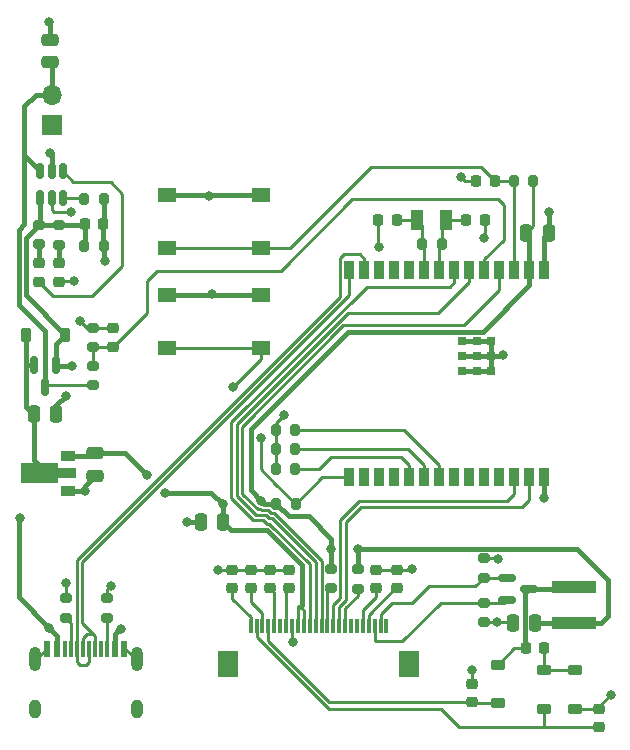
<source format=gbr>
%TF.GenerationSoftware,KiCad,Pcbnew,7.0.10+dfsg-1*%
%TF.CreationDate,2024-02-28T21:18:20+08:00*%
%TF.ProjectId,eink_digit_clk,65696e6b-5f64-4696-9769-745f636c6b2e,rev?*%
%TF.SameCoordinates,Original*%
%TF.FileFunction,Copper,L1,Top*%
%TF.FilePolarity,Positive*%
%FSLAX46Y46*%
G04 Gerber Fmt 4.6, Leading zero omitted, Abs format (unit mm)*
G04 Created by KiCad (PCBNEW 7.0.10+dfsg-1) date 2024-02-28 21:18:20*
%MOMM*%
%LPD*%
G01*
G04 APERTURE LIST*
G04 Aperture macros list*
%AMRoundRect*
0 Rectangle with rounded corners*
0 $1 Rounding radius*
0 $2 $3 $4 $5 $6 $7 $8 $9 X,Y pos of 4 corners*
0 Add a 4 corners polygon primitive as box body*
4,1,4,$2,$3,$4,$5,$6,$7,$8,$9,$2,$3,0*
0 Add four circle primitives for the rounded corners*
1,1,$1+$1,$2,$3*
1,1,$1+$1,$4,$5*
1,1,$1+$1,$6,$7*
1,1,$1+$1,$8,$9*
0 Add four rect primitives between the rounded corners*
20,1,$1+$1,$2,$3,$4,$5,0*
20,1,$1+$1,$4,$5,$6,$7,0*
20,1,$1+$1,$6,$7,$8,$9,0*
20,1,$1+$1,$8,$9,$2,$3,0*%
%AMFreePoly0*
4,1,9,3.862500,-0.866500,0.737500,-0.866500,0.737500,-0.450000,-0.737500,-0.450000,-0.737500,0.450000,0.737500,0.450000,0.737500,0.866500,3.862500,0.866500,3.862500,-0.866500,3.862500,-0.866500,$1*%
G04 Aperture macros list end*
%TA.AperFunction,SMDPad,CuDef*%
%ADD10RoundRect,0.225000X0.250000X-0.225000X0.250000X0.225000X-0.250000X0.225000X-0.250000X-0.225000X0*%
%TD*%
%TA.AperFunction,SMDPad,CuDef*%
%ADD11RoundRect,0.225000X-0.250000X0.225000X-0.250000X-0.225000X0.250000X-0.225000X0.250000X0.225000X0*%
%TD*%
%TA.AperFunction,SMDPad,CuDef*%
%ADD12RoundRect,0.200000X-0.200000X-0.275000X0.200000X-0.275000X0.200000X0.275000X-0.200000X0.275000X0*%
%TD*%
%TA.AperFunction,SMDPad,CuDef*%
%ADD13RoundRect,0.150000X-0.587500X-0.150000X0.587500X-0.150000X0.587500X0.150000X-0.587500X0.150000X0*%
%TD*%
%TA.AperFunction,SMDPad,CuDef*%
%ADD14RoundRect,0.200000X0.275000X-0.200000X0.275000X0.200000X-0.275000X0.200000X-0.275000X-0.200000X0*%
%TD*%
%TA.AperFunction,SMDPad,CuDef*%
%ADD15RoundRect,0.218750X0.256250X-0.218750X0.256250X0.218750X-0.256250X0.218750X-0.256250X-0.218750X0*%
%TD*%
%TA.AperFunction,SMDPad,CuDef*%
%ADD16RoundRect,0.225000X-0.225000X-0.250000X0.225000X-0.250000X0.225000X0.250000X-0.225000X0.250000X0*%
%TD*%
%TA.AperFunction,SMDPad,CuDef*%
%ADD17RoundRect,0.200000X-0.275000X0.200000X-0.275000X-0.200000X0.275000X-0.200000X0.275000X0.200000X0*%
%TD*%
%TA.AperFunction,SMDPad,CuDef*%
%ADD18RoundRect,0.225000X-0.225000X-0.375000X0.225000X-0.375000X0.225000X0.375000X-0.225000X0.375000X0*%
%TD*%
%TA.AperFunction,SMDPad,CuDef*%
%ADD19RoundRect,0.200000X0.200000X0.275000X-0.200000X0.275000X-0.200000X-0.275000X0.200000X-0.275000X0*%
%TD*%
%TA.AperFunction,SMDPad,CuDef*%
%ADD20R,0.300000X1.300000*%
%TD*%
%TA.AperFunction,SMDPad,CuDef*%
%ADD21R,1.800000X2.200000*%
%TD*%
%TA.AperFunction,SMDPad,CuDef*%
%ADD22R,3.700000X1.100000*%
%TD*%
%TA.AperFunction,SMDPad,CuDef*%
%ADD23RoundRect,0.225000X0.225000X0.250000X-0.225000X0.250000X-0.225000X-0.250000X0.225000X-0.250000X0*%
%TD*%
%TA.AperFunction,SMDPad,CuDef*%
%ADD24RoundRect,0.250000X-0.250000X-0.475000X0.250000X-0.475000X0.250000X0.475000X-0.250000X0.475000X0*%
%TD*%
%TA.AperFunction,SMDPad,CuDef*%
%ADD25R,1.550000X1.300000*%
%TD*%
%TA.AperFunction,SMDPad,CuDef*%
%ADD26RoundRect,0.250000X0.475000X-0.250000X0.475000X0.250000X-0.475000X0.250000X-0.475000X-0.250000X0*%
%TD*%
%TA.AperFunction,SMDPad,CuDef*%
%ADD27R,0.900000X1.500000*%
%TD*%
%TA.AperFunction,SMDPad,CuDef*%
%ADD28R,0.800000X0.800000*%
%TD*%
%TA.AperFunction,SMDPad,CuDef*%
%ADD29RoundRect,0.250000X-0.475000X0.250000X-0.475000X-0.250000X0.475000X-0.250000X0.475000X0.250000X0*%
%TD*%
%TA.AperFunction,SMDPad,CuDef*%
%ADD30RoundRect,0.150000X-0.150000X0.587500X-0.150000X-0.587500X0.150000X-0.587500X0.150000X0.587500X0*%
%TD*%
%TA.AperFunction,SMDPad,CuDef*%
%ADD31RoundRect,0.225000X0.375000X-0.225000X0.375000X0.225000X-0.375000X0.225000X-0.375000X-0.225000X0*%
%TD*%
%TA.AperFunction,SMDPad,CuDef*%
%ADD32R,1.300000X0.900000*%
%TD*%
%TA.AperFunction,SMDPad,CuDef*%
%ADD33FreePoly0,180.000000*%
%TD*%
%TA.AperFunction,SMDPad,CuDef*%
%ADD34RoundRect,0.250000X0.250000X0.475000X-0.250000X0.475000X-0.250000X-0.475000X0.250000X-0.475000X0*%
%TD*%
%TA.AperFunction,SMDPad,CuDef*%
%ADD35RoundRect,0.150000X-0.150000X0.512500X-0.150000X-0.512500X0.150000X-0.512500X0.150000X0.512500X0*%
%TD*%
%TA.AperFunction,SMDPad,CuDef*%
%ADD36RoundRect,0.225000X-0.375000X0.225000X-0.375000X-0.225000X0.375000X-0.225000X0.375000X0.225000X0*%
%TD*%
%TA.AperFunction,SMDPad,CuDef*%
%ADD37R,1.000000X1.800000*%
%TD*%
%TA.AperFunction,SMDPad,CuDef*%
%ADD38R,0.600000X1.450000*%
%TD*%
%TA.AperFunction,SMDPad,CuDef*%
%ADD39R,0.300000X1.450000*%
%TD*%
%TA.AperFunction,ComponentPad*%
%ADD40O,1.000000X2.100000*%
%TD*%
%TA.AperFunction,ComponentPad*%
%ADD41O,1.000000X1.600000*%
%TD*%
%TA.AperFunction,ComponentPad*%
%ADD42R,1.700000X1.700000*%
%TD*%
%TA.AperFunction,ComponentPad*%
%ADD43O,1.700000X1.700000*%
%TD*%
%TA.AperFunction,ViaPad*%
%ADD44C,0.800000*%
%TD*%
%TA.AperFunction,Conductor*%
%ADD45C,0.400000*%
%TD*%
%TA.AperFunction,Conductor*%
%ADD46C,0.250000*%
%TD*%
G04 APERTURE END LIST*
D10*
%TO.P,C15,1*%
%TO.N,Net-(U1-MTDI{slash}GPIO5{slash}ADC1_CH5)*%
X95100000Y-116375000D03*
%TO.P,C15,2*%
%TO.N,GND*%
X95100000Y-114825000D03*
%TD*%
D11*
%TO.P,C8,1*%
%TO.N,GND*%
X119100000Y-135250000D03*
%TO.P,C8,2*%
%TO.N,Net-(J1-VSL_LV)*%
X119100000Y-136800000D03*
%TD*%
D12*
%TO.P,R18,1*%
%TO.N,+3V3*%
X108900000Y-129650000D03*
%TO.P,R18,2*%
%TO.N,Net-(U1-GPIO9)*%
X110550000Y-129650000D03*
%TD*%
D13*
%TO.P,Q1,1,G*%
%TO.N,EPD_GDR*%
X128437500Y-135925000D03*
%TO.P,Q1,2,S*%
%TO.N,EPD_RESE*%
X128437500Y-137825000D03*
%TO.P,Q1,3,D*%
%TO.N,Net-(D2-A)*%
X130312500Y-136875000D03*
%TD*%
D14*
%TO.P,R7,1*%
%TO.N,Net-(J2-CC2)*%
X94600000Y-139325000D03*
%TO.P,R7,2*%
%TO.N,GND*%
X94600000Y-137675000D03*
%TD*%
D15*
%TO.P,D5,1,K*%
%TO.N,Net-(D5-K)*%
X88800000Y-110875000D03*
%TO.P,D5,2,A*%
%TO.N,Net-(D5-A)*%
X88800000Y-109300000D03*
%TD*%
D14*
%TO.P,R6,1*%
%TO.N,Net-(J2-CC1)*%
X91100000Y-139325000D03*
%TO.P,R6,2*%
%TO.N,GND*%
X91100000Y-137675000D03*
%TD*%
D16*
%TO.P,C3,1*%
%TO.N,Net-(D2-A)*%
X130050000Y-141900000D03*
%TO.P,C3,2*%
%TO.N,Net-(D1-A)*%
X131600000Y-141900000D03*
%TD*%
D17*
%TO.P,R3,1*%
%TO.N,VBUS*%
X88800000Y-106050000D03*
%TO.P,R3,2*%
%TO.N,Net-(D5-A)*%
X88800000Y-107700000D03*
%TD*%
D18*
%TO.P,D4,1,K*%
%TO.N,Net-(D4-K)*%
X87750000Y-115375000D03*
%TO.P,D4,2,A*%
%TO.N,VBUS*%
X91050000Y-115375000D03*
%TD*%
D19*
%TO.P,R15,1*%
%TO.N,+3V3*%
X130675000Y-102325000D03*
%TO.P,R15,2*%
%TO.N,Net-(U1-EN{slash}CHIP_PU)*%
X129025000Y-102325000D03*
%TD*%
D20*
%TO.P,J1,1,MFCSB*%
%TO.N,unconnected-(J1-MFCSB-Pad1)*%
X118250000Y-140000000D03*
%TO.P,J1,2,GDR*%
%TO.N,EPD_GDR*%
X117750000Y-140000000D03*
%TO.P,J1,3,RESE*%
%TO.N,EPD_RESE*%
X117250000Y-140000000D03*
%TO.P,J1,4,VSL_LV*%
%TO.N,Net-(J1-VSL_LV)*%
X116750000Y-140000000D03*
%TO.P,J1,5,VSH_LV*%
%TO.N,Net-(J1-VSH_LV)*%
X116250000Y-140000000D03*
%TO.P,J1,6,TSCL*%
%TO.N,unconnected-(J1-TSCL-Pad6)*%
X115750000Y-140000000D03*
%TO.P,J1,7,TSDA*%
%TO.N,unconnected-(J1-TSDA-Pad7)*%
X115250000Y-140000000D03*
%TO.P,J1,8,BS*%
%TO.N,Net-(J1-BS)*%
X114750000Y-140000000D03*
%TO.P,J1,9,BUSY*%
%TO.N,EPD_BUSY*%
X114250000Y-140000000D03*
%TO.P,J1,10,RESET*%
%TO.N,EPD_RESET*%
X113750000Y-140000000D03*
%TO.P,J1,11,DC*%
%TO.N,Net-(J1-DC)*%
X113250000Y-140000000D03*
%TO.P,J1,12,CS*%
%TO.N,EPD_CS*%
X112750000Y-140000000D03*
%TO.P,J1,13,SCL*%
%TO.N,SCLK*%
X112250000Y-140000000D03*
%TO.P,J1,14,SDA*%
%TO.N,MOSI*%
X111750000Y-140000000D03*
%TO.P,J1,15,VDD_IO*%
%TO.N,+3V3*%
X111250000Y-140000000D03*
%TO.P,J1,16,VCI*%
X110750000Y-140000000D03*
%TO.P,J1,17,VSS*%
%TO.N,GND*%
X110250000Y-140000000D03*
%TO.P,J1,18,VDD*%
%TO.N,Net-(J1-VDD)*%
X109750000Y-140000000D03*
%TO.P,J1,19,FMSDO*%
%TO.N,unconnected-(J1-FMSDO-Pad19)*%
X109250000Y-140000000D03*
%TO.P,J1,20,VSH*%
%TO.N,Net-(J1-VSH)*%
X108750000Y-140000000D03*
%TO.P,J1,21,VGH*%
%TO.N,EPD_VGH*%
X108250000Y-140000000D03*
%TO.P,J1,22,VSL*%
%TO.N,Net-(J1-VSL)*%
X107750000Y-140000000D03*
%TO.P,J1,23,VGL*%
%TO.N,EPD_VGL*%
X107250000Y-140000000D03*
%TO.P,J1,24,VCOM*%
%TO.N,Net-(J1-VCOM)*%
X106750000Y-140000000D03*
D21*
%TO.P,J1,MP,MP*%
%TO.N,unconnected-(J1-PadMP)*%
X104850000Y-143250000D03*
X120150000Y-143250000D03*
%TD*%
D15*
%TO.P,D6,1,K*%
%TO.N,Net-(D6-K)*%
X90500000Y-110875000D03*
%TO.P,D6,2,A*%
%TO.N,Net-(D6-A)*%
X90500000Y-109300000D03*
%TD*%
D14*
%TO.P,R1,1*%
%TO.N,EPD_GDR*%
X126475000Y-135925000D03*
%TO.P,R1,2*%
%TO.N,GND*%
X126475000Y-134275000D03*
%TD*%
D19*
%TO.P,R12,1*%
%TO.N,Net-(U1-GPIO22)*%
X110525000Y-125050000D03*
%TO.P,R12,2*%
%TO.N,GND*%
X108875000Y-125050000D03*
%TD*%
D22*
%TO.P,L1,1,1*%
%TO.N,+3V3*%
X134125000Y-139750000D03*
%TO.P,L1,2,2*%
%TO.N,Net-(D2-A)*%
X134125000Y-136750000D03*
%TD*%
D23*
%TO.P,C17,1*%
%TO.N,Net-(U1-GPIO1{slash}ADC1_CH1{slash}XTAL_32K_N)*%
X119100000Y-105600000D03*
%TO.P,C17,2*%
%TO.N,GND*%
X117550000Y-105600000D03*
%TD*%
D11*
%TO.P,C9,1*%
%TO.N,GND*%
X110000000Y-135250000D03*
%TO.P,C9,2*%
%TO.N,Net-(J1-VDD)*%
X110000000Y-136800000D03*
%TD*%
D24*
%TO.P,C16,1*%
%TO.N,+3V3*%
X130075000Y-106750000D03*
%TO.P,C16,2*%
%TO.N,GND*%
X131975000Y-106750000D03*
%TD*%
D25*
%TO.P,SW2,1,1*%
%TO.N,GND*%
X99650000Y-103550000D03*
X107600000Y-103550000D03*
%TO.P,SW2,2,2*%
%TO.N,Net-(U1-EN{slash}CHIP_PU)*%
X99650000Y-108050000D03*
X107600000Y-108050000D03*
%TD*%
D26*
%TO.P,C14,1*%
%TO.N,VBAT*%
X89800000Y-92300000D03*
%TO.P,C14,2*%
%TO.N,GND*%
X89800000Y-90400000D03*
%TD*%
D19*
%TO.P,R14,1*%
%TO.N,Net-(U1-GPIO21)*%
X110525000Y-126700000D03*
%TO.P,R14,2*%
%TO.N,GND*%
X108875000Y-126700000D03*
%TD*%
D27*
%TO.P,U1,1,GND*%
%TO.N,GND*%
X131610000Y-109900000D03*
%TO.P,U1,2,3V3*%
%TO.N,+3V3*%
X130340000Y-109900000D03*
%TO.P,U1,3,EN/CHIP_PU*%
%TO.N,Net-(U1-EN{slash}CHIP_PU)*%
X129070000Y-109900000D03*
%TO.P,U1,4,MTMS/GPIO4/ADC1_CH4*%
%TO.N,EPD_CS*%
X127800000Y-109900000D03*
%TO.P,U1,5,MTDI/GPIO5/ADC1_CH5*%
%TO.N,Net-(U1-MTDI{slash}GPIO5{slash}ADC1_CH5)*%
X126530000Y-109900000D03*
%TO.P,U1,6,MTCK/GPIO6/ADC1_CH6*%
%TO.N,SCLK*%
X125260000Y-109900000D03*
%TO.P,U1,7,MTDO/GPIO7*%
%TO.N,MOSI*%
X123990000Y-109900000D03*
%TO.P,U1,8,GPIO0/ADC1_CH0/XTAL_32K_P*%
%TO.N,Net-(U1-GPIO0{slash}ADC1_CH0{slash}XTAL_32K_P)*%
X122720000Y-109900000D03*
%TO.P,U1,9,GPIO1/ADC1_CH1/XTAL_32K_N*%
%TO.N,Net-(U1-GPIO1{slash}ADC1_CH1{slash}XTAL_32K_N)*%
X121450000Y-109900000D03*
%TO.P,U1,10,GPIO8*%
%TO.N,unconnected-(U1-GPIO8-Pad10)*%
X120180000Y-109900000D03*
%TO.P,U1,11,GPIO10*%
%TO.N,unconnected-(U1-GPIO10-Pad11)*%
X118910000Y-109900000D03*
%TO.P,U1,12,GPIO11*%
%TO.N,unconnected-(U1-GPIO11-Pad12)*%
X117640000Y-109900000D03*
%TO.P,U1,13,GPIO12/USB_D-*%
%TO.N,USB_DM*%
X116370000Y-109900000D03*
%TO.P,U1,14,GPIO13/USB_D+*%
%TO.N,USB_DP*%
X115100000Y-109900000D03*
%TO.P,U1,15,GPIO9*%
%TO.N,Net-(U1-GPIO9)*%
X115100000Y-127400000D03*
%TO.P,U1,16,GPIO18*%
%TO.N,unconnected-(U1-GPIO18-Pad16)*%
X116370000Y-127400000D03*
%TO.P,U1,17,GPIO19*%
%TO.N,unconnected-(U1-GPIO19-Pad17)*%
X117640000Y-127400000D03*
%TO.P,U1,18,GPIO20*%
%TO.N,unconnected-(U1-GPIO20-Pad18)*%
X118910000Y-127400000D03*
%TO.P,U1,19,GPIO21*%
%TO.N,Net-(U1-GPIO21)*%
X120180000Y-127400000D03*
%TO.P,U1,20,GPIO22*%
%TO.N,Net-(U1-GPIO22)*%
X121450000Y-127400000D03*
%TO.P,U1,21,GPIO23*%
%TO.N,Net-(U1-GPIO23)*%
X122720000Y-127400000D03*
%TO.P,U1,22,NC*%
%TO.N,unconnected-(U1-NC-Pad22)*%
X123990000Y-127400000D03*
%TO.P,U1,23,GPIO15*%
%TO.N,unconnected-(U1-GPIO15-Pad23)*%
X125260000Y-127400000D03*
%TO.P,U1,24,U0RXD/GPIO17*%
%TO.N,unconnected-(U1-U0RXD{slash}GPIO17-Pad24)*%
X126530000Y-127400000D03*
%TO.P,U1,25,U0TXD/GPIO16*%
%TO.N,unconnected-(U1-U0TXD{slash}GPIO16-Pad25)*%
X127800000Y-127400000D03*
%TO.P,U1,26,GPIO3/ADC1_CH3*%
%TO.N,EPD_RESET*%
X129070000Y-127400000D03*
%TO.P,U1,27,GPIO2/ADC1_CH2*%
%TO.N,EPD_BUSY*%
X130340000Y-127400000D03*
%TO.P,U1,28,GND*%
%TO.N,GND*%
X131610000Y-127400000D03*
D28*
%TO.P,U1,29,GND*%
X127140000Y-115895000D03*
X125890000Y-115895000D03*
X124640000Y-115895000D03*
X127140000Y-117145000D03*
X125890000Y-117145000D03*
X124640000Y-117145000D03*
X127140000Y-118395000D03*
X125890000Y-118395000D03*
X124640000Y-118395000D03*
%TD*%
D25*
%TO.P,SW1,1,1*%
%TO.N,GND*%
X99650000Y-111950000D03*
X107600000Y-111950000D03*
%TO.P,SW1,2,2*%
%TO.N,Net-(U1-GPIO9)*%
X99650000Y-116450000D03*
X107600000Y-116450000D03*
%TD*%
D19*
%TO.P,R9,1*%
%TO.N,Net-(U1-GPIO0{slash}ADC1_CH0{slash}XTAL_32K_P)*%
X122925000Y-107700000D03*
%TO.P,R9,2*%
%TO.N,Net-(U1-GPIO1{slash}ADC1_CH1{slash}XTAL_32K_N)*%
X121275000Y-107700000D03*
%TD*%
D29*
%TO.P,C19,1*%
%TO.N,+3V3*%
X93600000Y-125400000D03*
%TO.P,C19,2*%
%TO.N,GND*%
X93600000Y-127300000D03*
%TD*%
D11*
%TO.P,C10,1*%
%TO.N,GND*%
X108400000Y-135250000D03*
%TO.P,C10,2*%
%TO.N,Net-(J1-VSH)*%
X108400000Y-136800000D03*
%TD*%
%TO.P,C5,1*%
%TO.N,GND*%
X117400000Y-135250000D03*
%TO.P,C5,2*%
%TO.N,Net-(J1-VSH_LV)*%
X117400000Y-136800000D03*
%TD*%
D30*
%TO.P,Q2,1,G*%
%TO.N,VBUS*%
X90300000Y-117900000D03*
%TO.P,Q2,2,S*%
%TO.N,Net-(D4-K)*%
X88400000Y-117900000D03*
%TO.P,Q2,3,D*%
%TO.N,VBAT*%
X89350000Y-119775000D03*
%TD*%
D31*
%TO.P,D2,1,K*%
%TO.N,EPD_VGH*%
X127675000Y-146575000D03*
%TO.P,D2,2,A*%
%TO.N,Net-(D2-A)*%
X127675000Y-143275000D03*
%TD*%
D11*
%TO.P,C12,1*%
%TO.N,GND*%
X105200000Y-135275000D03*
%TO.P,C12,2*%
%TO.N,Net-(J1-VCOM)*%
X105200000Y-136825000D03*
%TD*%
D32*
%TO.P,U3,1,GND*%
%TO.N,GND*%
X91250000Y-128600000D03*
D33*
%TO.P,U3,2,VIN*%
%TO.N,Net-(D4-K)*%
X91162500Y-127100000D03*
D32*
%TO.P,U3,3,VOUT*%
%TO.N,+3V3*%
X91250000Y-125600000D03*
%TD*%
D34*
%TO.P,C2,1*%
%TO.N,+3V3*%
X130850000Y-139750000D03*
%TO.P,C2,2*%
%TO.N,GND*%
X128950000Y-139750000D03*
%TD*%
D31*
%TO.P,D1,1,K*%
%TO.N,GND*%
X134200000Y-147025000D03*
%TO.P,D1,2,A*%
%TO.N,Net-(D1-A)*%
X134200000Y-143725000D03*
%TD*%
D17*
%TO.P,R2,1*%
%TO.N,EPD_RESE*%
X126487500Y-138050000D03*
%TO.P,R2,2*%
%TO.N,GND*%
X126487500Y-139700000D03*
%TD*%
%TO.P,R11,1*%
%TO.N,+3V3*%
X113550000Y-135175000D03*
%TO.P,R11,2*%
%TO.N,Net-(J1-DC)*%
X113550000Y-136825000D03*
%TD*%
%TO.P,R4,1*%
%TO.N,+3V3*%
X115800000Y-135200000D03*
%TO.P,R4,2*%
%TO.N,Net-(J1-BS)*%
X115800000Y-136850000D03*
%TD*%
D35*
%TO.P,U2,1,nCHRG*%
%TO.N,Net-(D5-K)*%
X90850000Y-101525000D03*
%TO.P,U2,2,GND*%
%TO.N,GND*%
X89900000Y-101525000D03*
%TO.P,U2,3,BAT*%
%TO.N,VBAT*%
X88950000Y-101525000D03*
%TO.P,U2,4,Vcc*%
%TO.N,VBUS*%
X88950000Y-103800000D03*
%TO.P,U2,5,nSTDBY*%
%TO.N,Net-(D6-K)*%
X89900000Y-103800000D03*
%TO.P,U2,6,PROG*%
%TO.N,Net-(U2-PROG)*%
X90850000Y-103800000D03*
%TD*%
D36*
%TO.P,D3,1,K*%
%TO.N,Net-(D1-A)*%
X131575000Y-143725000D03*
%TO.P,D3,2,A*%
%TO.N,EPD_VGL*%
X131575000Y-147025000D03*
%TD*%
D11*
%TO.P,C7,1*%
%TO.N,GND*%
X136250000Y-147000000D03*
%TO.P,C7,2*%
%TO.N,EPD_VGL*%
X136250000Y-148550000D03*
%TD*%
D17*
%TO.P,R10,1*%
%TO.N,VBUS*%
X90500000Y-106075000D03*
%TO.P,R10,2*%
%TO.N,Net-(D6-A)*%
X90500000Y-107725000D03*
%TD*%
D11*
%TO.P,C6,1*%
%TO.N,GND*%
X125500000Y-144925000D03*
%TO.P,C6,2*%
%TO.N,EPD_VGH*%
X125500000Y-146475000D03*
%TD*%
%TO.P,C11,1*%
%TO.N,GND*%
X106800000Y-135250000D03*
%TO.P,C11,2*%
%TO.N,Net-(J1-VSL)*%
X106800000Y-136800000D03*
%TD*%
D14*
%TO.P,R16,1*%
%TO.N,VBAT*%
X93400000Y-119625000D03*
%TO.P,R16,2*%
%TO.N,Net-(U1-MTDI{slash}GPIO5{slash}ADC1_CH5)*%
X93400000Y-117975000D03*
%TD*%
D19*
%TO.P,R13,1*%
%TO.N,Net-(U1-GPIO23)*%
X110525000Y-123425000D03*
%TO.P,R13,2*%
%TO.N,GND*%
X108875000Y-123425000D03*
%TD*%
D16*
%TO.P,C13,1*%
%TO.N,VBUS*%
X92725000Y-106000000D03*
%TO.P,C13,2*%
%TO.N,GND*%
X94275000Y-106000000D03*
%TD*%
D37*
%TO.P,Y1,1,1*%
%TO.N,Net-(U1-GPIO0{slash}ADC1_CH0{slash}XTAL_32K_P)*%
X123300000Y-105600000D03*
%TO.P,Y1,2,2*%
%TO.N,Net-(U1-GPIO1{slash}ADC1_CH1{slash}XTAL_32K_N)*%
X120800000Y-105600000D03*
%TD*%
D14*
%TO.P,R17,1*%
%TO.N,Net-(U1-MTDI{slash}GPIO5{slash}ADC1_CH5)*%
X93400000Y-116425000D03*
%TO.P,R17,2*%
%TO.N,GND*%
X93400000Y-114775000D03*
%TD*%
D16*
%TO.P,C18,1*%
%TO.N,Net-(U1-GPIO0{slash}ADC1_CH0{slash}XTAL_32K_P)*%
X125000000Y-105600000D03*
%TO.P,C18,2*%
%TO.N,GND*%
X126550000Y-105600000D03*
%TD*%
D12*
%TO.P,R8,1*%
%TO.N,Net-(U2-PROG)*%
X92675000Y-103900000D03*
%TO.P,R8,2*%
%TO.N,GND*%
X94325000Y-103900000D03*
%TD*%
D23*
%TO.P,C4,1*%
%TO.N,Net-(U1-EN{slash}CHIP_PU)*%
X127400000Y-102350000D03*
%TO.P,C4,2*%
%TO.N,GND*%
X125850000Y-102350000D03*
%TD*%
D34*
%TO.P,C20,1*%
%TO.N,+3V3*%
X104425000Y-131175000D03*
%TO.P,C20,2*%
%TO.N,GND*%
X102525000Y-131175000D03*
%TD*%
D24*
%TO.P,C1,1*%
%TO.N,Net-(D4-K)*%
X88400000Y-122100000D03*
%TO.P,C1,2*%
%TO.N,GND*%
X90300000Y-122100000D03*
%TD*%
D12*
%TO.P,R5,1*%
%TO.N,VBUS*%
X92675000Y-107800000D03*
%TO.P,R5,2*%
%TO.N,GND*%
X94325000Y-107800000D03*
%TD*%
D38*
%TO.P,J2,A1,GND*%
%TO.N,GND*%
X89550000Y-141930000D03*
%TO.P,J2,A4,VBUS*%
%TO.N,VBUS*%
X90350000Y-141930000D03*
D39*
%TO.P,J2,A5,CC1*%
%TO.N,Net-(J2-CC1)*%
X91550000Y-141930000D03*
%TO.P,J2,A6,D+*%
%TO.N,USB_DP*%
X92550000Y-141930000D03*
%TO.P,J2,A7,D-*%
%TO.N,USB_DM*%
X93050000Y-141930000D03*
%TO.P,J2,A8,SBU1*%
%TO.N,unconnected-(J2-SBU1-PadA8)*%
X94050000Y-141930000D03*
D38*
%TO.P,J2,A9,VBUS*%
%TO.N,VBUS*%
X95250000Y-141930000D03*
%TO.P,J2,A12,GND*%
%TO.N,GND*%
X96050000Y-141930000D03*
%TO.P,J2,B1,GND*%
X96050000Y-141930000D03*
%TO.P,J2,B4,VBUS*%
%TO.N,VBUS*%
X95250000Y-141930000D03*
D39*
%TO.P,J2,B5,CC2*%
%TO.N,Net-(J2-CC2)*%
X94550000Y-141930000D03*
%TO.P,J2,B6,D+*%
%TO.N,USB_DP*%
X93550000Y-141930000D03*
%TO.P,J2,B7,D-*%
%TO.N,USB_DM*%
X92050000Y-141930000D03*
%TO.P,J2,B8,SBU2*%
%TO.N,unconnected-(J2-SBU2-PadB8)*%
X91050000Y-141930000D03*
D38*
%TO.P,J2,B9,VBUS*%
%TO.N,VBUS*%
X90350000Y-141930000D03*
%TO.P,J2,B12,GND*%
%TO.N,GND*%
X89550000Y-141930000D03*
D40*
%TO.P,J2,S1,SHIELD*%
X88480000Y-142845000D03*
D41*
X88480000Y-147025000D03*
D40*
X97120000Y-142845000D03*
D41*
X97120000Y-147025000D03*
%TD*%
D42*
%TO.P,J3,1,Pin_1*%
%TO.N,GND*%
X89900000Y-97575000D03*
D43*
%TO.P,J3,2,Pin_2*%
%TO.N,VBAT*%
X89900000Y-95035000D03*
%TD*%
D44*
%TO.N,GND*%
X120400000Y-135175000D03*
X92700000Y-128600000D03*
X124575000Y-102025000D03*
X132000000Y-105000000D03*
X103500000Y-111900000D03*
X117600000Y-107900000D03*
X110300000Y-141400000D03*
X94400000Y-109100000D03*
X131600000Y-129200000D03*
X109550000Y-122125000D03*
X103250000Y-103575000D03*
X137225000Y-145850000D03*
X89700000Y-88900000D03*
X128100000Y-117100000D03*
X91100000Y-136400000D03*
X92300000Y-114200000D03*
X89800000Y-100000000D03*
X127725000Y-134325000D03*
X91100000Y-120500000D03*
X94900000Y-136600000D03*
X125525000Y-143750000D03*
X101375000Y-131175000D03*
X127650000Y-139650000D03*
X103950000Y-135250000D03*
X126475000Y-107150000D03*
%TO.N,VBUS*%
X87200000Y-130900000D03*
X95800000Y-140300000D03*
X89700000Y-140200000D03*
X91600000Y-118000000D03*
%TO.N,Net-(U1-GPIO9)*%
X105275000Y-119775000D03*
X107625000Y-124125000D03*
%TO.N,+3V3*%
X97962500Y-127237500D03*
X107653673Y-129421000D03*
X104400000Y-129725000D03*
X115875000Y-133525000D03*
X99457371Y-128732371D03*
X113550000Y-133525000D03*
%TO.N,Net-(D6-K)*%
X91800000Y-110800000D03*
X91500000Y-105000000D03*
%TD*%
D45*
%TO.N,GND*%
X124640000Y-118395000D02*
X125890000Y-118395000D01*
D46*
X136225000Y-147025000D02*
X136250000Y-147000000D01*
D45*
X99650000Y-111950000D02*
X103450000Y-111950000D01*
X125890000Y-118395000D02*
X127140000Y-118395000D01*
X90300000Y-122100000D02*
X90300000Y-121300000D01*
X92700000Y-128200000D02*
X93600000Y-127300000D01*
X125890000Y-115895000D02*
X127140000Y-115895000D01*
X124640000Y-115895000D02*
X125890000Y-115895000D01*
D46*
X120325000Y-135250000D02*
X120400000Y-135175000D01*
D45*
X127140000Y-118395000D02*
X127140000Y-117145000D01*
D46*
X108400000Y-135250000D02*
X110000000Y-135250000D01*
D45*
X94275000Y-107750000D02*
X94325000Y-107800000D01*
D46*
X126550000Y-107075000D02*
X126475000Y-107150000D01*
D45*
X103500000Y-111900000D02*
X103550000Y-111950000D01*
X131610000Y-107115000D02*
X131975000Y-106750000D01*
X124640000Y-117145000D02*
X125890000Y-117145000D01*
D46*
X136250000Y-147000000D02*
X136250000Y-146825000D01*
D45*
X125890000Y-117145000D02*
X127140000Y-117145000D01*
D46*
X128850000Y-139650000D02*
X128950000Y-139750000D01*
D45*
X91250000Y-128600000D02*
X92700000Y-128600000D01*
D46*
X124900000Y-102350000D02*
X124575000Y-102025000D01*
D45*
X94325000Y-107800000D02*
X94325000Y-109025000D01*
X131975000Y-106750000D02*
X131975000Y-105025000D01*
X127140000Y-117145000D02*
X128055000Y-117145000D01*
D46*
X93400000Y-114775000D02*
X92875000Y-114775000D01*
D45*
X131610000Y-127400000D02*
X131610000Y-129190000D01*
D46*
X96205000Y-142015000D02*
X97120000Y-142930000D01*
X93450000Y-114825000D02*
X93400000Y-114775000D01*
X91100000Y-137675000D02*
X91100000Y-136400000D01*
X127650000Y-139650000D02*
X128850000Y-139650000D01*
D45*
X94325000Y-105950000D02*
X94275000Y-106000000D01*
D46*
X110250000Y-140000000D02*
X110250000Y-141350000D01*
D45*
X102525000Y-131175000D02*
X101375000Y-131175000D01*
D46*
X126487500Y-139700000D02*
X127600000Y-139700000D01*
D45*
X94325000Y-109025000D02*
X94400000Y-109100000D01*
D46*
X108875000Y-123425000D02*
X108875000Y-122800000D01*
D45*
X131975000Y-105025000D02*
X132000000Y-105000000D01*
D46*
X126475000Y-134275000D02*
X127675000Y-134275000D01*
X127675000Y-134275000D02*
X127725000Y-134325000D01*
D45*
X99650000Y-103550000D02*
X103225000Y-103550000D01*
D46*
X134200000Y-147025000D02*
X136225000Y-147025000D01*
X117550000Y-107850000D02*
X117600000Y-107900000D01*
X125850000Y-102350000D02*
X124900000Y-102350000D01*
D45*
X103550000Y-111950000D02*
X107600000Y-111950000D01*
X127140000Y-117145000D02*
X127140000Y-115895000D01*
D46*
X117400000Y-135250000D02*
X119100000Y-135250000D01*
X105200000Y-135275000D02*
X106775000Y-135275000D01*
X125500000Y-144925000D02*
X125500000Y-143775000D01*
X103975000Y-135275000D02*
X103950000Y-135250000D01*
D45*
X103225000Y-103550000D02*
X103250000Y-103575000D01*
X92700000Y-128600000D02*
X92700000Y-128200000D01*
X103250000Y-103575000D02*
X103275000Y-103550000D01*
D46*
X117550000Y-105600000D02*
X117550000Y-107850000D01*
X127600000Y-139700000D02*
X127650000Y-139650000D01*
X92875000Y-114775000D02*
X92300000Y-114200000D01*
X94600000Y-137675000D02*
X94600000Y-136900000D01*
X108875000Y-122800000D02*
X109550000Y-122125000D01*
X94600000Y-136900000D02*
X94900000Y-136600000D01*
D45*
X131610000Y-108475000D02*
X131610000Y-107115000D01*
X103450000Y-111950000D02*
X103500000Y-111900000D01*
D46*
X125500000Y-143775000D02*
X125525000Y-143750000D01*
X96050000Y-142015000D02*
X96205000Y-142015000D01*
X110250000Y-141350000D02*
X110300000Y-141400000D01*
D45*
X94325000Y-103900000D02*
X94325000Y-105950000D01*
D46*
X108875000Y-125050000D02*
X108875000Y-123425000D01*
X89550000Y-142015000D02*
X89395000Y-142015000D01*
D45*
X89900000Y-101525000D02*
X89900000Y-100100000D01*
X117640000Y-107940000D02*
X117600000Y-107900000D01*
X131610000Y-109900000D02*
X131610000Y-108475000D01*
D46*
X105200000Y-135275000D02*
X103975000Y-135275000D01*
D45*
X128055000Y-117145000D02*
X128100000Y-117100000D01*
D46*
X106775000Y-135275000D02*
X106800000Y-135250000D01*
D45*
X131610000Y-129190000D02*
X131600000Y-129200000D01*
D46*
X126550000Y-105600000D02*
X126550000Y-107075000D01*
D45*
X103275000Y-103550000D02*
X107600000Y-103550000D01*
X94275000Y-106000000D02*
X94275000Y-107750000D01*
D46*
X106800000Y-135250000D02*
X108400000Y-135250000D01*
X95100000Y-114825000D02*
X93450000Y-114825000D01*
X108875000Y-126700000D02*
X108875000Y-125050000D01*
D45*
X90300000Y-121300000D02*
X91100000Y-120500000D01*
D46*
X136250000Y-146825000D02*
X137225000Y-145850000D01*
X119100000Y-135250000D02*
X120325000Y-135250000D01*
X89395000Y-142015000D02*
X88480000Y-142930000D01*
D45*
X89800000Y-89000000D02*
X89700000Y-88900000D01*
X89900000Y-100100000D02*
X89800000Y-100000000D01*
X89800000Y-90400000D02*
X89800000Y-89000000D01*
%TO.N,Net-(D2-A)*%
X129950000Y-141800000D02*
X130050000Y-141900000D01*
D46*
X130050000Y-141900000D02*
X129050000Y-141900000D01*
D45*
X130312500Y-136875000D02*
X129950000Y-137237500D01*
X134000000Y-136875000D02*
X134125000Y-136750000D01*
D46*
X129050000Y-141900000D02*
X127675000Y-143275000D01*
D45*
X129950000Y-137237500D02*
X129950000Y-141800000D01*
X130312500Y-136875000D02*
X134000000Y-136875000D01*
D46*
%TO.N,Net-(D1-A)*%
X131575000Y-143725000D02*
X134200000Y-143725000D01*
X131575000Y-143725000D02*
X131575000Y-141925000D01*
X131575000Y-141925000D02*
X131600000Y-141900000D01*
%TO.N,Net-(J1-VSH_LV)*%
X117150000Y-137050000D02*
X117400000Y-136800000D01*
X116250000Y-138700000D02*
X117400000Y-137550000D01*
X117400000Y-137550000D02*
X117400000Y-136800000D01*
X116250000Y-140000000D02*
X116250000Y-138700000D01*
%TO.N,EPD_VGH*%
X125600000Y-146575000D02*
X125500000Y-146475000D01*
X127675000Y-146575000D02*
X125600000Y-146575000D01*
X113411396Y-146475000D02*
X108250000Y-141313604D01*
X108250000Y-141313604D02*
X108250000Y-140000000D01*
X125500000Y-146475000D02*
X113411396Y-146475000D01*
%TO.N,EPD_VGL*%
X131650000Y-148550000D02*
X124400000Y-148550000D01*
X131575000Y-148475000D02*
X131650000Y-148550000D01*
X124400000Y-148550000D02*
X122900000Y-147050000D01*
X131575000Y-147025000D02*
X131575000Y-148475000D01*
X107250000Y-140950000D02*
X107250000Y-140000000D01*
X122900000Y-147050000D02*
X113350000Y-147050000D01*
X113350000Y-147050000D02*
X107250000Y-140950000D01*
X136250000Y-148550000D02*
X131650000Y-148550000D01*
%TO.N,Net-(J1-VSL_LV)*%
X116750000Y-139050000D02*
X119000000Y-136800000D01*
X116750000Y-140000000D02*
X116750000Y-139050000D01*
X119100000Y-137025000D02*
X119100000Y-136800000D01*
X119000000Y-136800000D02*
X119100000Y-136800000D01*
%TO.N,Net-(J1-VDD)*%
X109750000Y-140000000D02*
X109750000Y-137050000D01*
X109750000Y-137050000D02*
X110000000Y-136800000D01*
%TO.N,Net-(J1-VSH)*%
X108750000Y-140000000D02*
X108750000Y-137150000D01*
X108750000Y-137150000D02*
X108400000Y-136800000D01*
%TO.N,Net-(J1-VSL)*%
X107750000Y-140000000D02*
X107750000Y-138950000D01*
X107750000Y-138950000D02*
X106800000Y-138000000D01*
X106800000Y-138000000D02*
X106800000Y-136800000D01*
%TO.N,Net-(J1-VCOM)*%
X106750000Y-140000000D02*
X106750000Y-139250000D01*
X105200000Y-137700000D02*
X105200000Y-136825000D01*
X106750000Y-139250000D02*
X105200000Y-137700000D01*
D45*
%TO.N,VBUS*%
X95250000Y-142015000D02*
X95250000Y-140650000D01*
X90300000Y-117900000D02*
X90300000Y-116125000D01*
X88800000Y-106050000D02*
X87700000Y-107150000D01*
X91600000Y-118000000D02*
X90400000Y-118000000D01*
X88950000Y-105900000D02*
X88800000Y-106050000D01*
X92650000Y-106075000D02*
X92725000Y-106000000D01*
X87100000Y-131000000D02*
X87200000Y-130900000D01*
X89700000Y-140200000D02*
X87100000Y-137600000D01*
X88950000Y-103800000D02*
X88950000Y-105900000D01*
X92725000Y-107750000D02*
X92675000Y-107800000D01*
X95600000Y-140300000D02*
X95800000Y-140300000D01*
X87700000Y-112025000D02*
X91050000Y-115375000D01*
X87700000Y-107150000D02*
X87700000Y-112025000D01*
X88800000Y-106050000D02*
X90475000Y-106050000D01*
X90475000Y-106050000D02*
X90500000Y-106075000D01*
X87100000Y-137600000D02*
X87100000Y-131000000D01*
X90500000Y-106075000D02*
X92650000Y-106075000D01*
X89700000Y-140200000D02*
X90350000Y-140850000D01*
X92725000Y-106000000D02*
X92725000Y-107750000D01*
X90400000Y-118000000D02*
X90300000Y-117900000D01*
X95250000Y-140650000D02*
X95600000Y-140300000D01*
X90350000Y-140850000D02*
X90350000Y-142015000D01*
X90300000Y-116125000D02*
X91050000Y-115375000D01*
%TO.N,VBAT*%
X87100000Y-112800000D02*
X87100000Y-106500000D01*
D46*
X93400000Y-119625000D02*
X89500000Y-119625000D01*
D45*
X88565000Y-95035000D02*
X87600000Y-96000000D01*
X87600000Y-100175000D02*
X88950000Y-101525000D01*
X89350000Y-115050000D02*
X87100000Y-112800000D01*
D46*
X89500000Y-119625000D02*
X89350000Y-119775000D01*
D45*
X87100000Y-106500000D02*
X87600000Y-106000000D01*
X89900000Y-95035000D02*
X88565000Y-95035000D01*
X87600000Y-96000000D02*
X87600000Y-100175000D01*
X89900000Y-92400000D02*
X89800000Y-92300000D01*
X89900000Y-95035000D02*
X89900000Y-92400000D01*
X87600000Y-106000000D02*
X87600000Y-100175000D01*
X89350000Y-119775000D02*
X89350000Y-115050000D01*
%TO.N,Net-(D4-K)*%
X89500000Y-127100000D02*
X88400000Y-126000000D01*
X88400000Y-126000000D02*
X88400000Y-122100000D01*
X87750000Y-115375000D02*
X87750000Y-117900000D01*
X87750000Y-117900000D02*
X88400000Y-117900000D01*
X91162500Y-127100000D02*
X89500000Y-127100000D01*
X87750000Y-121450000D02*
X88400000Y-122100000D01*
X87750000Y-117900000D02*
X87750000Y-121450000D01*
D46*
%TO.N,EPD_GDR*%
X121850000Y-136625000D02*
X125775000Y-136625000D01*
X117750000Y-139025000D02*
X118725000Y-138050000D01*
X126475000Y-135925000D02*
X128437500Y-135925000D01*
X120425000Y-138050000D02*
X121850000Y-136625000D01*
X118725000Y-138050000D02*
X120425000Y-138050000D01*
X117750000Y-140000000D02*
X117750000Y-139025000D01*
X125775000Y-136625000D02*
X126475000Y-135925000D01*
%TO.N,EPD_RESE*%
X117300000Y-141325000D02*
X119600000Y-141325000D01*
X128212500Y-138050000D02*
X128437500Y-137825000D01*
X117250000Y-140000000D02*
X117250000Y-141275000D01*
X122875000Y-138050000D02*
X126487500Y-138050000D01*
X117250000Y-141275000D02*
X117300000Y-141325000D01*
X126487500Y-138050000D02*
X128212500Y-138050000D01*
X119600000Y-141325000D02*
X122875000Y-138050000D01*
%TO.N,Net-(J1-BS)*%
X114750000Y-140000000D02*
X114750000Y-138500000D01*
X115650000Y-136900000D02*
X115700000Y-136850000D01*
X114750000Y-138500000D02*
X115800000Y-137450000D01*
X115800000Y-137450000D02*
X115800000Y-136850000D01*
%TO.N,EPD_BUSY*%
X116111396Y-129925000D02*
X129725000Y-129925000D01*
X114800000Y-137813604D02*
X114800000Y-131236396D01*
X114800000Y-131236396D02*
X116111396Y-129925000D01*
X129725000Y-129925000D02*
X130340000Y-129310000D01*
X114250000Y-138363604D02*
X114800000Y-137813604D01*
X130340000Y-129310000D02*
X130340000Y-127400000D01*
X114250000Y-140000000D02*
X114250000Y-138363604D01*
%TO.N,EPD_RESET*%
X115950000Y-129450000D02*
X128425000Y-129450000D01*
X113750000Y-140000000D02*
X113750000Y-138227208D01*
X114350000Y-137627208D02*
X114350000Y-131050000D01*
X114350000Y-131050000D02*
X115950000Y-129450000D01*
X128425000Y-129450000D02*
X129070000Y-128805000D01*
X113750000Y-138227208D02*
X114350000Y-137627208D01*
X129070000Y-128805000D02*
X129070000Y-127400000D01*
%TO.N,EPD_CS*%
X107636211Y-130146000D02*
X107353368Y-130146000D01*
X112750000Y-134484746D02*
X108715254Y-130450000D01*
X108715254Y-130450000D02*
X108476996Y-130450000D01*
X107665211Y-130175000D02*
X107636211Y-130146000D01*
X108201996Y-130175000D02*
X107665211Y-130175000D01*
X112750000Y-140000000D02*
X112750000Y-134484746D01*
X127800000Y-111600000D02*
X127800000Y-109900000D01*
X107353368Y-130146000D02*
X106025000Y-128817632D01*
X108476996Y-130450000D02*
X108201996Y-130175000D01*
X106025000Y-123132538D02*
X114587538Y-114570000D01*
X114587538Y-114570000D02*
X124830000Y-114570000D01*
X106025000Y-128817632D02*
X106025000Y-123132538D01*
X124830000Y-114570000D02*
X127800000Y-111600000D01*
%TO.N,SCLK*%
X122610000Y-113550000D02*
X125260000Y-110900000D01*
X114971142Y-113550000D02*
X122610000Y-113550000D01*
X105575000Y-122946142D02*
X114971142Y-113550000D01*
X105575000Y-129004028D02*
X105575000Y-122946142D01*
X108290600Y-130900000D02*
X108015600Y-130625000D01*
X125260000Y-110900000D02*
X125260000Y-109900000D01*
X112250000Y-140000000D02*
X112250000Y-134621142D01*
X107449815Y-130596000D02*
X107166972Y-130596000D01*
X108015600Y-130625000D02*
X107478815Y-130625000D01*
X108528858Y-130900000D02*
X108290600Y-130900000D01*
X107478815Y-130625000D02*
X107449815Y-130596000D01*
X107166972Y-130596000D02*
X105575000Y-129004028D01*
X112250000Y-134621142D02*
X108528858Y-130900000D01*
%TO.N,MOSI*%
X107263419Y-131046000D02*
X106980576Y-131046000D01*
X108104204Y-131350000D02*
X107829204Y-131075000D01*
X108342462Y-131350000D02*
X108104204Y-131350000D01*
X111750000Y-140000000D02*
X111750000Y-134757538D01*
X105125000Y-122759746D02*
X116586142Y-111298604D01*
X111750000Y-134757538D02*
X108342462Y-131350000D01*
X107829204Y-131075000D02*
X107292419Y-131075000D01*
X123591396Y-111298604D02*
X123990000Y-110900000D01*
X116586142Y-111298604D02*
X123591396Y-111298604D01*
X123990000Y-110900000D02*
X123990000Y-109900000D01*
X107292419Y-131075000D02*
X107263419Y-131046000D01*
X105125000Y-129190424D02*
X105125000Y-122759746D01*
X106980576Y-131046000D02*
X105125000Y-129190424D01*
%TO.N,Net-(J2-CC1)*%
X91550000Y-142015000D02*
X91550000Y-139775000D01*
X91550000Y-139775000D02*
X91100000Y-139325000D01*
%TO.N,USB_DP*%
X92550000Y-142015000D02*
X92550000Y-141050000D01*
X93400000Y-140700000D02*
X92500000Y-139800000D01*
X92500000Y-139800000D02*
X92500000Y-134588069D01*
X92550000Y-141050000D02*
X92900000Y-140700000D01*
X92500000Y-134588069D02*
X115100000Y-111988069D01*
X93550000Y-140850000D02*
X93550000Y-142015000D01*
X93400000Y-140700000D02*
X93550000Y-140850000D01*
X115100000Y-111988069D02*
X115100000Y-109900000D01*
X92900000Y-140700000D02*
X93400000Y-140700000D01*
%TO.N,USB_DM*%
X92050000Y-142015000D02*
X92050000Y-134401673D01*
X92050000Y-143050000D02*
X92050000Y-142015000D01*
X114650000Y-108500000D02*
X115970000Y-108500000D01*
X92300000Y-143300000D02*
X92050000Y-143050000D01*
X92800000Y-143300000D02*
X92300000Y-143300000D01*
X92050000Y-134401673D02*
X114325000Y-112126673D01*
X116370000Y-108900000D02*
X116370000Y-109900000D01*
X115970000Y-108500000D02*
X116370000Y-108900000D01*
X93050000Y-143050000D02*
X92800000Y-143300000D01*
X114325000Y-112126673D02*
X114325000Y-108825000D01*
X93050000Y-142015000D02*
X93050000Y-143050000D01*
X114325000Y-108825000D02*
X114650000Y-108500000D01*
%TO.N,Net-(J2-CC2)*%
X94550000Y-139375000D02*
X94600000Y-139325000D01*
X94550000Y-142015000D02*
X94550000Y-139375000D01*
%TO.N,Net-(U2-PROG)*%
X90850000Y-103800000D02*
X92575000Y-103800000D01*
X92575000Y-103800000D02*
X92675000Y-103900000D01*
%TO.N,Net-(U1-GPIO0{slash}ADC1_CH0{slash}XTAL_32K_P)*%
X122925000Y-105975000D02*
X123300000Y-105600000D01*
X122720000Y-109900000D02*
X122720000Y-107905000D01*
X122720000Y-107905000D02*
X122925000Y-107700000D01*
X122925000Y-107700000D02*
X122925000Y-105975000D01*
X123300000Y-105600000D02*
X125000000Y-105600000D01*
%TO.N,Net-(U1-GPIO1{slash}ADC1_CH1{slash}XTAL_32K_N)*%
X119100000Y-105600000D02*
X120800000Y-105600000D01*
X121275000Y-107700000D02*
X121275000Y-106075000D01*
X121450000Y-109900000D02*
X121450000Y-107875000D01*
X121450000Y-107875000D02*
X121275000Y-107700000D01*
X121275000Y-106075000D02*
X120800000Y-105600000D01*
%TO.N,Net-(U1-GPIO9)*%
X110550000Y-129650000D02*
X108850000Y-127950000D01*
X112800000Y-127400000D02*
X115100000Y-127400000D01*
X105275000Y-119775000D02*
X107600000Y-117450000D01*
X110550000Y-129650000D02*
X112800000Y-127400000D01*
X107625000Y-126725000D02*
X107625000Y-124125000D01*
X107600000Y-117450000D02*
X107600000Y-116450000D01*
X99650000Y-116450000D02*
X107600000Y-116450000D01*
X108850000Y-127950000D02*
X107625000Y-126725000D01*
D45*
%TO.N,+3V3*%
X130340000Y-111160000D02*
X126405000Y-115095000D01*
X130340000Y-109900000D02*
X130340000Y-111160000D01*
X108125000Y-131875000D02*
X105125000Y-131875000D01*
X104425000Y-131175000D02*
X104425000Y-129750000D01*
X113550000Y-133525000D02*
X113550000Y-135175000D01*
X96125000Y-125400000D02*
X97962500Y-127237500D01*
X103407371Y-128732371D02*
X99457371Y-128732371D01*
X115925000Y-133475000D02*
X134400000Y-133475000D01*
X93600000Y-125400000D02*
X96125000Y-125400000D01*
X134400000Y-133475000D02*
X137025000Y-136100000D01*
X114955000Y-115095000D02*
X106750000Y-123300000D01*
X111100000Y-138250000D02*
X111100000Y-134850000D01*
X113550000Y-132625000D02*
X113550000Y-133525000D01*
X108900000Y-129650000D02*
X107882673Y-129650000D01*
D46*
X130675000Y-106150000D02*
X130075000Y-106750000D01*
X110750000Y-140000000D02*
X110750000Y-138350000D01*
X110750000Y-138350000D02*
X110800000Y-138300000D01*
D45*
X93400000Y-125600000D02*
X93600000Y-125400000D01*
X105125000Y-131875000D02*
X104425000Y-131175000D01*
X136450000Y-139750000D02*
X134125000Y-139750000D01*
X130850000Y-139750000D02*
X134125000Y-139750000D01*
X130340000Y-107015000D02*
X130075000Y-106750000D01*
X115800000Y-133600000D02*
X115875000Y-133525000D01*
X126405000Y-115095000D02*
X114955000Y-115095000D01*
D46*
X111250000Y-138686396D02*
X111250000Y-140000000D01*
D45*
X106750000Y-128517327D02*
X107653673Y-129421000D01*
D46*
X110800000Y-138300000D02*
X110863604Y-138300000D01*
D45*
X109975000Y-130725000D02*
X111650000Y-130725000D01*
X91250000Y-125600000D02*
X93400000Y-125600000D01*
X130340000Y-109900000D02*
X130340000Y-107015000D01*
X111650000Y-130725000D02*
X113550000Y-132625000D01*
X137025000Y-136100000D02*
X137025000Y-139175000D01*
X104425000Y-129750000D02*
X104400000Y-129725000D01*
X107882673Y-129650000D02*
X107653673Y-129421000D01*
X115875000Y-133525000D02*
X115925000Y-133475000D01*
X110956802Y-138393198D02*
X111100000Y-138250000D01*
X104400000Y-129725000D02*
X103407371Y-128732371D01*
D46*
X110956802Y-138393198D02*
X111250000Y-138686396D01*
D45*
X108900000Y-129650000D02*
X109975000Y-130725000D01*
X111100000Y-134850000D02*
X108125000Y-131875000D01*
X106750000Y-123300000D02*
X106750000Y-128517327D01*
X115800000Y-135200000D02*
X115800000Y-133600000D01*
D46*
X110863604Y-138300000D02*
X110956802Y-138393198D01*
D45*
X137025000Y-139175000D02*
X136450000Y-139750000D01*
D46*
X130675000Y-102325000D02*
X130675000Y-106150000D01*
%TO.N,Net-(U1-EN{slash}CHIP_PU)*%
X107600000Y-108050000D02*
X110075000Y-108050000D01*
X99650000Y-108050000D02*
X107600000Y-108050000D01*
X126225000Y-101175000D02*
X127400000Y-102350000D01*
X116950000Y-101175000D02*
X126225000Y-101175000D01*
X129025000Y-102325000D02*
X127425000Y-102325000D01*
X129070000Y-102370000D02*
X129025000Y-102325000D01*
X127425000Y-102325000D02*
X127400000Y-102350000D01*
X129070000Y-109900000D02*
X129070000Y-102370000D01*
X110075000Y-108050000D02*
X116950000Y-101175000D01*
%TO.N,Net-(U1-MTDI{slash}GPIO5{slash}ADC1_CH5)*%
X93400000Y-116425000D02*
X95050000Y-116425000D01*
X128175000Y-104375000D02*
X127675000Y-103875000D01*
X126530000Y-109900000D02*
X126530000Y-108945000D01*
X93400000Y-117975000D02*
X93400000Y-116425000D01*
X98825000Y-109925000D02*
X97975000Y-110775000D01*
X127675000Y-103875000D02*
X115350000Y-103875000D01*
X109300000Y-109925000D02*
X98825000Y-109925000D01*
X95050000Y-116425000D02*
X95100000Y-116375000D01*
X115350000Y-103875000D02*
X109300000Y-109925000D01*
X126530000Y-108945000D02*
X128175000Y-107300000D01*
X97975000Y-113500000D02*
X95100000Y-116375000D01*
X97975000Y-110775000D02*
X97975000Y-113500000D01*
X128175000Y-107300000D02*
X128175000Y-104375000D01*
%TO.N,Net-(D5-K)*%
X93300000Y-112100000D02*
X90025000Y-112100000D01*
X94900000Y-102400000D02*
X95900000Y-103400000D01*
X90850000Y-101525000D02*
X91725000Y-102400000D01*
X95900000Y-109500000D02*
X93300000Y-112100000D01*
X91725000Y-102400000D02*
X94900000Y-102400000D01*
X95900000Y-103400000D02*
X95900000Y-109500000D01*
X90025000Y-112100000D02*
X88800000Y-110875000D01*
D45*
%TO.N,Net-(D5-A)*%
X88800000Y-107700000D02*
X88800000Y-109300000D01*
D46*
%TO.N,Net-(D6-K)*%
X89900000Y-103800000D02*
X89900000Y-104800000D01*
X91800000Y-110800000D02*
X90575000Y-110800000D01*
X90100000Y-105000000D02*
X91500000Y-105000000D01*
X89900000Y-104800000D02*
X90100000Y-105000000D01*
X90575000Y-110800000D02*
X90500000Y-110875000D01*
D45*
%TO.N,Net-(D6-A)*%
X90500000Y-107725000D02*
X90500000Y-109300000D01*
D46*
%TO.N,Net-(J1-DC)*%
X113250000Y-137125000D02*
X113550000Y-136825000D01*
X113250000Y-140000000D02*
X113250000Y-137125000D01*
X113600000Y-136875000D02*
X113550000Y-136825000D01*
%TO.N,Net-(U1-GPIO22)*%
X120100000Y-125050000D02*
X121450000Y-126400000D01*
X121450000Y-126400000D02*
X121450000Y-127400000D01*
X110525000Y-125050000D02*
X120100000Y-125050000D01*
%TO.N,Net-(U1-GPIO23)*%
X122720000Y-126400000D02*
X122720000Y-127400000D01*
X110525000Y-123425000D02*
X119745000Y-123425000D01*
X119745000Y-123425000D02*
X122720000Y-126400000D01*
%TO.N,Net-(U1-GPIO21)*%
X120180000Y-126400000D02*
X120180000Y-127400000D01*
X119455000Y-125675000D02*
X120180000Y-126400000D01*
X112525000Y-126700000D02*
X113550000Y-125675000D01*
X113550000Y-125675000D02*
X119455000Y-125675000D01*
X110525000Y-126700000D02*
X112525000Y-126700000D01*
%TD*%
M02*

</source>
